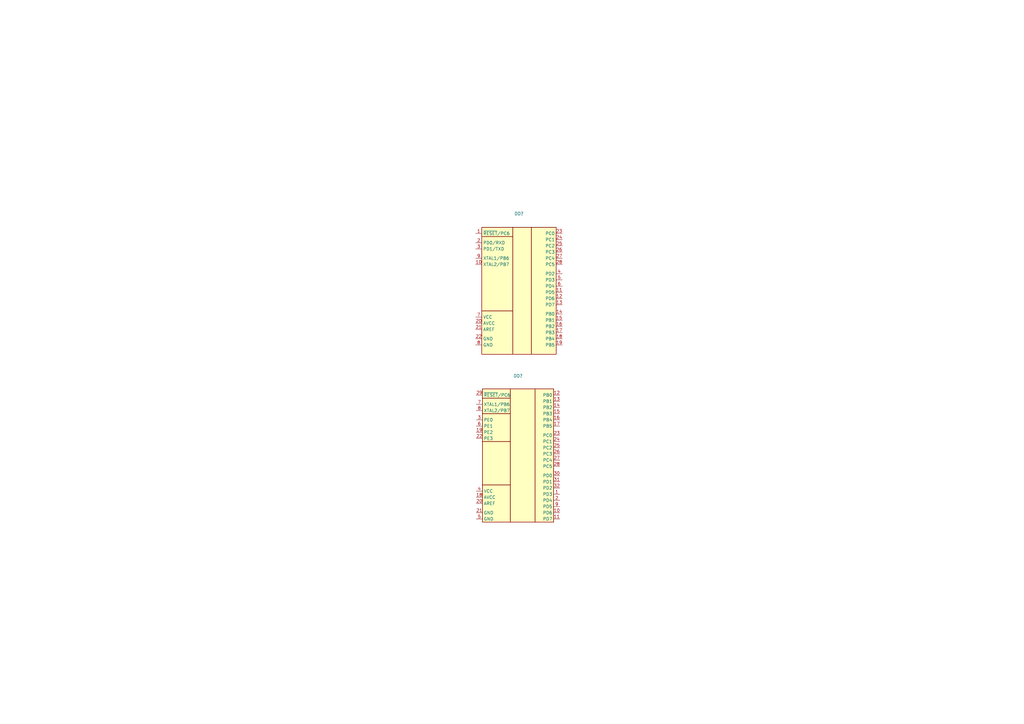
<source format=kicad_sch>
(kicad_sch (version 20211123) (generator eeschema)
  (paper "A3")
  (lib_symbols
    (symbol "MCU_Microchip_ATmega:ATmega328PB-A_gost"
      (property "Reference" "DD?" (at -5.08 29.21 0))
      (property "Value" "ATmega328PB-A_gost" (at -11.43 -34.29 0))
      (symbol "ATmega328PB-A_gost_0_1"
        (rectangle (start -16.51 26.67) (end 12.7 -27.94) (stroke (width 0.254)) (fill (type background)))
        (polyline (pts (xy -16.51 -12.7) (xy -5.08 -12.7)) (stroke (width 0.254)))
        (polyline (pts (xy -16.51 5.08) (xy -5.08 5.08)) (stroke (width 0.254)))
        (polyline (pts (xy -16.51 16.51) (xy -5.08 16.51)) (stroke (width 0.254)))
        (polyline (pts (xy -16.51 22.86) (xy -5.08 22.86)) (stroke (width 0.254)))
        (polyline (pts (xy -5.08 -27.94) (xy -5.08 26.67)) (stroke (width 0.254)))
        (polyline (pts (xy 5.08 26.67) (xy 5.08 -27.94)) (stroke (width 0.254)))
      )
      (symbol "ATmega328PB-A_gost_1_1"
        (pin bidirectional line (at 15.24 -16.51 180) (length 2.54) (name "PD3") (number "1"))
        (pin bidirectional line (at 15.24 -24.13 180) (length 2.54) (name "PD6") (number "10"))
        (pin bidirectional line (at 15.24 -26.67 180) (length 2.54) (name "PD7") (number "11"))
        (pin bidirectional line (at 15.24 24.13 180) (length 2.54) (name "PB0") (number "12"))
        (pin bidirectional line (at 15.24 21.59 180) (length 2.54) (name "PB1") (number "13"))
        (pin bidirectional line (at 15.24 19.05 180) (length 2.54) (name "PB2") (number "14"))
        (pin bidirectional line (at 15.24 16.51 180) (length 2.54) (name "PB3") (number "15"))
        (pin bidirectional line (at 15.24 13.97 180) (length 2.54) (name "PB4") (number "16"))
        (pin bidirectional line (at 15.24 11.43 180) (length 2.54) (name "PB5") (number "17"))
        (pin power_in line (at -19.05 -17.78 0) (length 2.54) (name "AVCC") (number "18"))
        (pin bidirectional line (at -19.05 8.89 0) (length 2.54) (name "PE2") (number "19"))
        (pin bidirectional line (at 15.24 -19.05 180) (length 2.54) (name "PD4") (number "2"))
        (pin passive line (at -19.05 -20.32 0) (length 2.54) (name "AREF") (number "20"))
        (pin passive line (at -19.05 -24.13 0) (length 2.54) (name "GND") (number "21"))
        (pin bidirectional line (at -19.05 6.35 0) (length 2.54) (name "PE3") (number "22"))
        (pin bidirectional line (at 15.24 7.62 180) (length 2.54) (name "PC0") (number "23"))
        (pin bidirectional line (at 15.24 5.08 180) (length 2.54) (name "PC1") (number "24"))
        (pin bidirectional line (at 15.24 2.54 180) (length 2.54) (name "PC2") (number "25"))
        (pin bidirectional line (at 15.24 0 180) (length 2.54) (name "PC3") (number "26"))
        (pin bidirectional line (at 15.24 -2.54 180) (length 2.54) (name "PC4") (number "27"))
        (pin bidirectional line (at 15.24 -5.08 180) (length 2.54) (name "PC5") (number "28"))
        (pin bidirectional line (at -19.05 24.13 0) (length 2.54) (name "~{RESET}/PC6") (number "29"))
        (pin bidirectional line (at -19.05 13.97 0) (length 2.54) (name "PE0") (number "3"))
        (pin bidirectional line (at 15.24 -8.89 180) (length 2.54) (name "PD0") (number "30"))
        (pin bidirectional line (at 15.24 -11.43 180) (length 2.54) (name "PD1") (number "31"))
        (pin bidirectional line (at 15.24 -13.97 180) (length 2.54) (name "PD2") (number "32"))
        (pin power_in line (at -19.05 -15.24 0) (length 2.54) (name "VCC") (number "4"))
        (pin power_in line (at -19.05 -26.67 0) (length 2.54) (name "GND") (number "5"))
        (pin bidirectional line (at -19.05 11.43 0) (length 2.54) (name "PE1") (number "6"))
        (pin bidirectional line (at -19.05 20.32 0) (length 2.54) (name "XTAL1/PB6") (number "7"))
        (pin bidirectional line (at -19.05 17.78 0) (length 2.54) (name "XTAL2/PB7") (number "8"))
        (pin bidirectional line (at 15.24 -21.59 180) (length 2.54) (name "PD5") (number "9"))
      )
    )
    (symbol "MCU_Microchip_ATmega:ATmega48PV-10P_gost"
      (property "Reference" "DD?" (at 3.81 44.45 0))
      (property "Value" "ATmega48PV-10P_gost" (at -2.54 41.91 0))
      (symbol "ATmega48PV-10P_gost_0_1"
        (rectangle (start -15.24 35.56) (end 15.24 -16.51) (stroke (width 0.254)) (fill (type background)))
        (polyline (pts (xy -15.24 1.27) (xy -2.54 1.27)) (stroke (width 0.254)))
        (polyline (pts (xy -15.24 31.75) (xy -2.54 31.75)) (stroke (width 0.254)))
        (polyline (pts (xy -2.54 35.56) (xy -2.54 -16.51)) (stroke (width 0.254)))
        (polyline (pts (xy 5.08 35.56) (xy 5.08 -16.51)) (stroke (width 0.254)))
      )
      (symbol "ATmega48PV-10P_gost_1_1"
        (pin bidirectional line (at -17.78 33.02 0) (length 2.54) (name "~{RESET}/PC6") (number "1"))
        (pin bidirectional line (at -17.78 20.32 0) (length 2.54) (name "XTAL2/PB7") (number "10"))
        (pin bidirectional line (at 17.78 8.89 180) (length 2.54) (name "PD5") (number "11"))
        (pin bidirectional line (at 17.78 6.35 180) (length 2.54) (name "PD6") (number "12"))
        (pin bidirectional line (at 17.78 3.81 180) (length 2.54) (name "PD7") (number "13"))
        (pin bidirectional line (at 17.78 0 180) (length 2.54) (name "PB0") (number "14"))
        (pin bidirectional line (at 17.78 -2.54 180) (length 2.54) (name "PB1") (number "15"))
        (pin bidirectional line (at 17.78 -5.08 180) (length 2.54) (name "PB2") (number "16"))
        (pin bidirectional line (at 17.78 -7.62 180) (length 2.54) (name "PB3") (number "17"))
        (pin bidirectional line (at 17.78 -10.16 180) (length 2.54) (name "PB4") (number "18"))
        (pin bidirectional line (at 17.78 -12.7 180) (length 2.54) (name "PB5") (number "19"))
        (pin bidirectional line (at -17.78 29.21 0) (length 2.54) (name "PD0/RXD") (number "2"))
        (pin power_in line (at -17.78 -3.81 0) (length 2.54) (name "AVCC") (number "20"))
        (pin passive line (at -17.78 -6.35 0) (length 2.54) (name "AREF") (number "21"))
        (pin passive line (at -17.78 -10.16 0) (length 2.54) (name "GND") (number "22"))
        (pin bidirectional line (at 17.78 33.02 180) (length 2.54) (name "PC0") (number "23"))
        (pin bidirectional line (at 17.78 30.48 180) (length 2.54) (name "PC1") (number "24"))
        (pin bidirectional line (at 17.78 27.94 180) (length 2.54) (name "PC2") (number "25"))
        (pin bidirectional line (at 17.78 25.4 180) (length 2.54) (name "PC3") (number "26"))
        (pin bidirectional line (at 17.78 22.86 180) (length 2.54) (name "PC4") (number "27"))
        (pin bidirectional line (at 17.78 20.32 180) (length 2.54) (name "PC5") (number "28"))
        (pin bidirectional line (at -17.78 26.67 0) (length 2.54) (name "PD1/TXD") (number "3"))
        (pin bidirectional line (at 17.78 16.51 180) (length 2.54) (name "PD2") (number "4"))
        (pin bidirectional line (at 17.78 13.97 180) (length 2.54) (name "PD3") (number "5"))
        (pin bidirectional line (at 17.78 11.43 180) (length 2.54) (name "PD4") (number "6"))
        (pin power_in line (at -17.78 -1.27 0) (length 2.54) (name "VCC") (number "7"))
        (pin power_in line (at -17.78 -12.7 0) (length 2.54) (name "GND") (number "8"))
        (pin bidirectional line (at -17.78 22.86 0) (length 2.54) (name "XTAL1/PB6") (number "9"))
      )
    )
  )
  (symbol (lib_id "MCU_Microchip_ATmega:ATmega328PB-A_gost") (at 214.376 186.182 0) (unit 1)
    (property "Reference" "DD?" (at 212.471 154.178 0))
    (property "Datasheet" "http://ww1.microchip.com/downloads/en/DeviceDoc/40001906C.pdf" (effects hide))
  )
  (symbol (lib_id "MCU_Microchip_ATmega:ATmega48PV-10P_gost") (at 212.852 128.778 0) (unit 1)
    (property "Reference" "DD?" (at 212.852 87.63 0))
    (property "Datasheet" "http://ww1.microchip.com/downloads/en/DeviceDoc/Atmel-8025-8-bit-AVR-Microcontroller-ATmega48P-88P-168P_Datasheet.pdf" (effects hide))
  )
)
</source>
